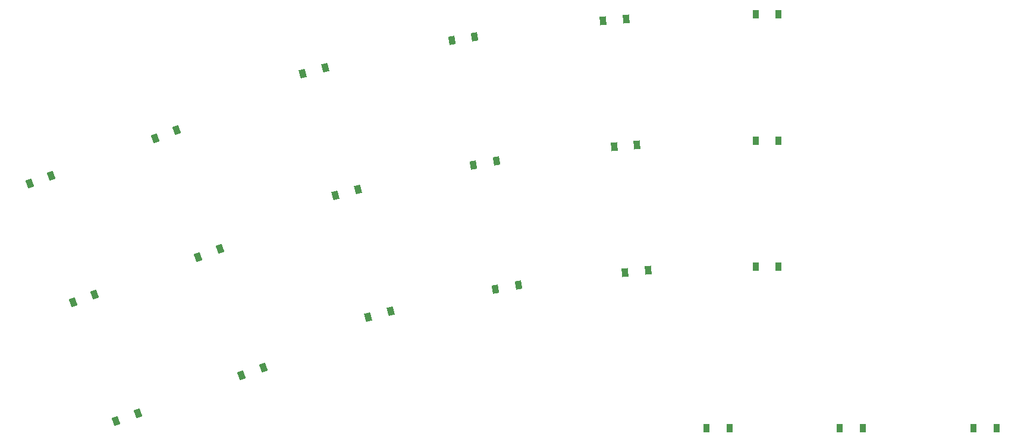
<source format=gbr>
%TF.GenerationSoftware,KiCad,Pcbnew,7.0.2*%
%TF.CreationDate,2023-07-05T19:02:59-04:00*%
%TF.ProjectId,paul,7061756c-2e6b-4696-9361-645f70636258,v1.0.0*%
%TF.SameCoordinates,Original*%
%TF.FileFunction,Paste,Top*%
%TF.FilePolarity,Positive*%
%FSLAX46Y46*%
G04 Gerber Fmt 4.6, Leading zero omitted, Abs format (unit mm)*
G04 Created by KiCad (PCBNEW 7.0.2) date 2023-07-05 19:02:59*
%MOMM*%
%LPD*%
G01*
G04 APERTURE LIST*
G04 Aperture macros list*
%AMRotRect*
0 Rectangle, with rotation*
0 The origin of the aperture is its center*
0 $1 length*
0 $2 width*
0 $3 Rotation angle, in degrees counterclockwise*
0 Add horizontal line*
21,1,$1,$2,0,0,$3*%
G04 Aperture macros list end*
%ADD10RotRect,0.900000X1.200000X20.000000*%
%ADD11RotRect,0.900000X1.200000X15.000000*%
%ADD12RotRect,0.900000X1.200000X10.000000*%
%ADD13RotRect,0.900000X1.200000X5.000000*%
%ADD14R,0.900000X1.200000*%
G04 APERTURE END LIST*
D10*
%TO.C,D1*%
X96679015Y-130944219D03*
X99780001Y-129815553D03*
%TD*%
%TO.C,D2*%
X90522651Y-114029746D03*
X93623637Y-112901080D03*
%TD*%
%TO.C,D3*%
X84366286Y-97115281D03*
X87467272Y-95986615D03*
%TD*%
%TO.C,D4*%
X114533173Y-124445829D03*
X117634159Y-123317163D03*
%TD*%
%TO.C,D5*%
X108376812Y-107531364D03*
X111477798Y-106402698D03*
%TD*%
%TO.C,D6*%
X102220446Y-90616893D03*
X105321432Y-89488227D03*
%TD*%
D11*
%TO.C,D7*%
X135740166Y-115296617D03*
X132552610Y-116150719D03*
%TD*%
%TO.C,D8*%
X127893863Y-98764059D03*
X131081419Y-97909957D03*
%TD*%
%TO.C,D9*%
X123235120Y-81377390D03*
X126422676Y-80523288D03*
%TD*%
D12*
%TO.C,D10*%
X150707006Y-112152965D03*
X153956872Y-111579927D03*
%TD*%
%TO.C,D11*%
X147581344Y-94426427D03*
X150831210Y-93853389D03*
%TD*%
%TO.C,D12*%
X144455671Y-76699883D03*
X147705537Y-76126845D03*
%TD*%
D13*
%TO.C,D13*%
X169140757Y-109752676D03*
X172428199Y-109465062D03*
%TD*%
%TO.C,D14*%
X167571949Y-91821171D03*
X170859391Y-91533557D03*
%TD*%
%TO.C,D15*%
X166003146Y-73889669D03*
X169290588Y-73602055D03*
%TD*%
D14*
%TO.C,D16*%
X187713546Y-108968133D03*
X191013546Y-108968133D03*
%TD*%
%TO.C,D17*%
X187713549Y-90968133D03*
X191013549Y-90968133D03*
%TD*%
%TO.C,D18*%
X187713551Y-72968133D03*
X191013551Y-72968133D03*
%TD*%
%TO.C,D19*%
X180713550Y-131968134D03*
X184013550Y-131968134D03*
%TD*%
%TO.C,D20*%
X199713549Y-131968138D03*
X203013549Y-131968138D03*
%TD*%
%TO.C,D21*%
X218713552Y-131968130D03*
X222013552Y-131968130D03*
%TD*%
M02*

</source>
